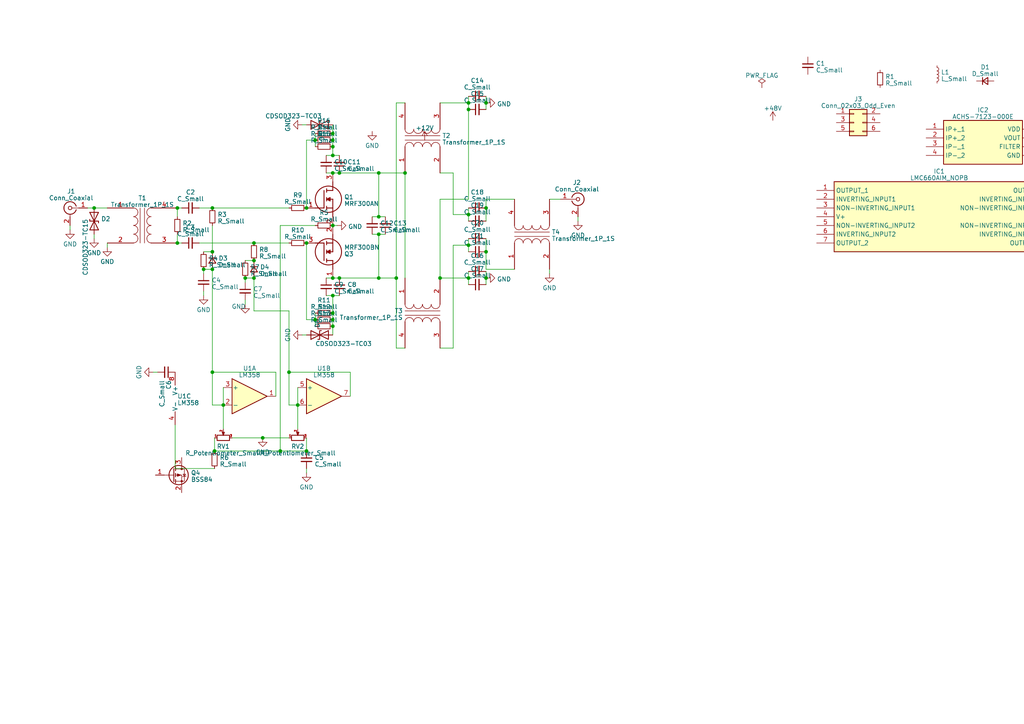
<source format=kicad_sch>
(kicad_sch (version 20230121) (generator eeschema)
  (paper "A4")
  (lib_symbols
    (symbol "ACHS-7123-000E:ACHS-7123-000E"
      (property "Reference" "IC" (at 29.21 7.62 0))
      (property "Value" "ACHS-7123-000E" (at 29.21 5.08 0))
      (symbol "ACHS-7123-000E_1_1"
        (rectangle (start 5.08 2.54) (end 27.94 -10.16) (stroke (width 0.254)) (fill (type background)))
        (pin passive line (at 0 0 0) (length 5.08) (name "IP+_1") (number "1"))
        (pin passive line (at 0 -2.54 0) (length 5.08) (name "IP+_2") (number "2"))
        (pin passive line (at 0 -5.08 0) (length 5.08) (name "IP-_1") (number "3"))
        (pin passive line (at 0 -7.62 0) (length 5.08) (name "IP-_2") (number "4"))
        (pin passive line (at 33.02 -7.62 180) (length 5.08) (name "GND") (number "5"))
        (pin passive line (at 33.02 -5.08 180) (length 5.08) (name "FILTER") (number "6"))
        (pin passive line (at 33.02 -2.54 180) (length 5.08) (name "VOUT") (number "7"))
        (pin passive line (at 33.02 0 180) (length 5.08) (name "VDD") (number "8"))
      )
    )
    (symbol "Amplifier_Operational:LM358" (pin_names (offset 0.127))
      (property "Reference" "U" (at 0 5.08 0))
      (property "Value" "LM358" (at 0 -5.08 0))
      (symbol "LM358_1_1"
        (polyline (pts (xy -5.08 5.08) (xy 5.08 0) (xy -5.08 -5.08) (xy -5.08 5.08)) (stroke (width 0.254)) (fill (type background)))
        (pin output line (at 7.62 0 180) (length 2.54) (name "~") (number "1"))
        (pin input line (at -7.62 -2.54 0) (length 2.54) (name "-") (number "2"))
        (pin input line (at -7.62 2.54 0) (length 2.54) (name "+") (number "3"))
      )
      (symbol "LM358_2_1"
        (polyline (pts (xy -5.08 5.08) (xy 5.08 0) (xy -5.08 -5.08) (xy -5.08 5.08)) (stroke (width 0.254)) (fill (type background)))
        (pin input line (at -7.62 2.54 0) (length 2.54) (name "+") (number "5"))
        (pin input line (at -7.62 -2.54 0) (length 2.54) (name "-") (number "6"))
        (pin output line (at 7.62 0 180) (length 2.54) (name "~") (number "7"))
      )
      (symbol "LM358_3_1"
        (pin power_in line (at -2.54 -7.62 90) (length 3.81) (name "V-") (number "4"))
        (pin power_in line (at -2.54 7.62 270) (length 3.81) (name "V+") (number "8"))
      )
    )
    (symbol "Connector:Conn_Coaxial" (pin_names (offset 1.016) hide)
      (property "Reference" "J" (at 0.254 3.048 0))
      (property "Value" "Conn_Coaxial" (at 2.921 0 90))
      (symbol "Conn_Coaxial_0_1"
        (arc (start -1.778 -0.508) (mid 0.2311 -1.8066) (end 1.778 0) (stroke (width 0.254)))
        (polyline (pts (xy -2.54 0) (xy -0.508 0)))
        (polyline (pts (xy 0 -2.54) (xy 0 -1.778)))
        (circle (center 0 0) (radius 0.508) (stroke (width 0.2032)))
        (arc (start 1.778 0) (mid 0.2099 1.8101) (end -1.778 0.508) (stroke (width 0.254)))
      )
      (symbol "Conn_Coaxial_1_1"
        (pin passive line (at -5.08 0 0) (length 2.54) (name "In") (number "1"))
        (pin passive line (at 0 -5.08 90) (length 2.54) (name "Ext") (number "2"))
      )
    )
    (symbol "Connector_Generic:Conn_02x03_Odd_Even" (pin_names (offset 1.016) hide)
      (property "Reference" "J" (at 1.27 5.08 0))
      (property "Value" "Conn_02x03_Odd_Even" (at 1.27 -5.08 0))
      (symbol "Conn_02x03_Odd_Even_1_1"
        (rectangle (start -1.27 -2.413) (end 0 -2.667) (stroke (width 0.1524)))
        (rectangle (start -1.27 0.127) (end 0 -0.127) (stroke (width 0.1524)))
        (rectangle (start -1.27 2.667) (end 0 2.413) (stroke (width 0.1524)))
        (rectangle (start -1.27 3.81) (end 3.81 -3.81) (stroke (width 0.254)) (fill (type background)))
        (rectangle (start 3.81 -2.413) (end 2.54 -2.667) (stroke (width 0.1524)))
        (rectangle (start 3.81 0.127) (end 2.54 -0.127) (stroke (width 0.1524)))
        (rectangle (start 3.81 2.667) (end 2.54 2.413) (stroke (width 0.1524)))
        (pin passive line (at -5.08 2.54 0) (length 3.81) (name "Pin_1") (number "1"))
        (pin passive line (at 7.62 2.54 180) (length 3.81) (name "Pin_2") (number "2"))
        (pin passive line (at -5.08 0 0) (length 3.81) (name "Pin_3") (number "3"))
        (pin passive line (at 7.62 0 180) (length 3.81) (name "Pin_4") (number "4"))
        (pin passive line (at -5.08 -2.54 0) (length 3.81) (name "Pin_5") (number "5"))
        (pin passive line (at 7.62 -2.54 180) (length 3.81) (name "Pin_6") (number "6"))
      )
    )
    (symbol "Device:C_Small" (pin_numbers hide) (pin_names (offset 0.254) hide)
      (property "Reference" "C" (at 0.254 1.778 0))
      (property "Value" "C_Small" (at 0.254 -2.032 0))
      (symbol "C_Small_0_1"
        (polyline (pts (xy -1.524 -0.508) (xy 1.524 -0.508)) (stroke (width 0.3302)))
        (polyline (pts (xy -1.524 0.508) (xy 1.524 0.508)) (stroke (width 0.3048)))
      )
      (symbol "C_Small_1_1"
        (pin passive line (at 0 2.54 270) (length 2.032) (name "~") (number "1"))
        (pin passive line (at 0 -2.54 90) (length 2.032) (name "~") (number "2"))
      )
    )
    (symbol "Device:D_Small" (pin_numbers hide) (pin_names (offset 0.254) hide)
      (property "Reference" "D" (at -1.27 2.032 0))
      (property "Value" "D_Small" (at -3.81 -2.032 0))
      (symbol "D_Small_0_1"
        (polyline (pts (xy -0.762 -1.016) (xy -0.762 1.016)) (stroke (width 0.254)))
        (polyline (pts (xy -0.762 0) (xy 0.762 0)))
        (polyline (pts (xy 0.762 -1.016) (xy -0.762 0) (xy 0.762 1.016) (xy 0.762 -1.016)) (stroke (width 0.254)))
      )
      (symbol "D_Small_1_1"
        (pin passive line (at -2.54 0 0) (length 1.778) (name "K") (number "1"))
        (pin passive line (at 2.54 0 180) (length 1.778) (name "A") (number "2"))
      )
    )
    (symbol "Device:L_Small" (pin_numbers hide) (pin_names (offset 0.254) hide)
      (property "Reference" "L" (at 0.762 1.016 0))
      (property "Value" "L_Small" (at 0.762 -1.016 0))
      (symbol "L_Small_0_1"
        (arc (start 0 -2.032) (mid 0.5058 -1.524) (end 0 -1.016))
        (arc (start 0 -1.016) (mid 0.5058 -0.508) (end 0 0))
        (arc (start 0 0) (mid 0.5058 0.508) (end 0 1.016))
        (arc (start 0 1.016) (mid 0.5058 1.524) (end 0 2.032))
      )
      (symbol "L_Small_1_1"
        (pin passive line (at 0 2.54 270) (length 0.508) (name "~") (number "1"))
        (pin passive line (at 0 -2.54 90) (length 0.508) (name "~") (number "2"))
      )
    )
    (symbol "Device:R_Potentiometer_Small" (pin_names (offset 1.016) hide)
      (property "Reference" "RV" (at -4.445 0 90))
      (property "Value" "R_Potentiometer_Small" (at -2.54 0 90))
      (symbol "R_Potentiometer_Small_0_1"
        (polyline (pts (xy 0.889 0) (xy 0.635 0) (xy 1.651 0.381) (xy 1.651 -0.381) (xy 0.635 0) (xy 0.889 0)) (fill (type outline)))
        (rectangle (start 0.762 1.8034) (end -0.762 -1.8034) (stroke (width 0.254)))
      )
      (symbol "R_Potentiometer_Small_1_1"
        (pin passive line (at 0 2.54 270) (length 0.635) (name "1") (number "1"))
        (pin passive line (at 2.54 0 180) (length 0.9906) (name "2") (number "2"))
        (pin passive line (at 0 -2.54 90) (length 0.635) (name "3") (number "3"))
      )
    )
    (symbol "Device:R_Small" (pin_numbers hide) (pin_names (offset 0.254) hide)
      (property "Reference" "R" (at 0.762 0.508 0))
      (property "Value" "R_Small" (at 0.762 -1.016 0))
      (symbol "R_Small_0_1"
        (rectangle (start -0.762 1.778) (end 0.762 -1.778) (stroke (width 0.2032)))
      )
      (symbol "R_Small_1_1"
        (pin passive line (at 0 2.54 270) (length 0.762) (name "~") (number "1"))
        (pin passive line (at 0 -2.54 90) (length 0.762) (name "~") (number "2"))
      )
    )
    (symbol "Device:Transformer_1P_1S" (pin_names (offset 1.016) hide)
      (property "Reference" "T" (at 0 6.35 0))
      (property "Value" "Transformer_1P_1S" (at 0 -7.62 0))
      (symbol "Transformer_1P_1S_0_1"
        (arc (start -2.54 -5.0546) (mid -1.6599 -4.6901) (end -1.27 -3.81))
        (arc (start -2.54 -2.5146) (mid -1.6599 -2.1501) (end -1.27 -1.27))
        (arc (start -2.54 0.0254) (mid -1.6599 0.3899) (end -1.27 1.27))
        (arc (start -2.54 2.5654) (mid -1.6599 2.9299) (end -1.27 3.81))
        (arc (start -1.27 -3.81) (mid -1.642 -2.912) (end -2.54 -2.54))
        (arc (start -1.27 -1.27) (mid -1.642 -0.372) (end -2.54 0))
        (arc (start -1.27 1.27) (mid -1.642 2.168) (end -2.54 2.54))
        (arc (start -1.27 3.81) (mid -1.642 4.708) (end -2.54 5.08))
        (polyline (pts (xy -0.635 5.08) (xy -0.635 -5.08)))
        (polyline (pts (xy 0.635 -5.08) (xy 0.635 5.08)))
        (arc (start 1.2954 -1.27) (mid 1.6599 -2.1501) (end 2.54 -2.5146))
        (arc (start 1.2954 1.27) (mid 1.6599 0.3899) (end 2.54 0.0254))
        (arc (start 1.2954 3.81) (mid 1.6599 2.9299) (end 2.54 2.5654))
        (arc (start 1.3208 -3.81) (mid 1.6853 -4.6901) (end 2.5654 -5.0546))
        (arc (start 2.54 0) (mid 1.642 -0.372) (end 1.2954 -1.27))
        (arc (start 2.54 2.54) (mid 1.642 2.168) (end 1.2954 1.27))
        (arc (start 2.54 5.08) (mid 1.642 4.708) (end 1.2954 3.81))
        (arc (start 2.5654 -2.54) (mid 1.6674 -2.912) (end 1.3208 -3.81))
      )
      (symbol "Transformer_1P_1S_1_1"
        (pin passive line (at -10.16 5.08 0) (length 7.62) (name "AA") (number "1"))
        (pin passive line (at -10.16 -5.08 0) (length 7.62) (name "AB") (number "2"))
        (pin passive line (at 10.16 -5.08 180) (length 7.62) (name "SA") (number "3"))
        (pin passive line (at 10.16 5.08 180) (length 7.62) (name "SB") (number "4"))
      )
    )
    (symbol "Diode:1N62xxCA" (pin_numbers hide) (pin_names (offset 1.016) hide)
      (property "Reference" "D" (at 0 2.54 0))
      (property "Value" "1N62xxCA" (at 0 -2.54 0))
      (symbol "1N62xxCA_0_1"
        (polyline (pts (xy 1.27 0) (xy -1.27 0)))
        (polyline (pts (xy -2.54 -1.27) (xy 0 0) (xy -2.54 1.27) (xy -2.54 -1.27)) (stroke (width 0.254)))
        (polyline (pts (xy 0.508 1.27) (xy 0 1.27) (xy 0 -1.27) (xy -0.508 -1.27)) (stroke (width 0.254)))
        (polyline (pts (xy 2.54 1.27) (xy 2.54 -1.27) (xy 0 0) (xy 2.54 1.27)) (stroke (width 0.254)))
      )
      (symbol "1N62xxCA_1_1"
        (pin passive line (at -3.81 0 0) (length 2.54) (name "A1") (number "1"))
        (pin passive line (at 3.81 0 180) (length 2.54) (name "A2") (number "2"))
      )
    )
    (symbol "LMC660AIM_NOPB:LMC660AIM_NOPB"
      (property "Reference" "IC" (at 67.31 7.62 0))
      (property "Value" "LMC660AIM_NOPB" (at 67.31 5.08 0))
      (symbol "LMC660AIM_NOPB_1_1"
        (rectangle (start 5.08 2.54) (end 66.04 -17.78) (stroke (width 0.254)) (fill (type background)))
        (pin passive line (at 0 0 0) (length 5.08) (name "OUTPUT_1") (number "1"))
        (pin passive line (at 71.12 -10.16 180) (length 5.08) (name "NON-INVERTING_INPUT_3") (number "10"))
        (pin passive line (at 71.12 -7.62 180) (length 5.08) (name "V-") (number "11"))
        (pin passive line (at 71.12 -5.08 180) (length 5.08) (name "NON-INVERTING_INPUT_4") (number "12"))
        (pin passive line (at 71.12 -2.54 180) (length 5.08) (name "INVERTING_INPUT_4") (number "13"))
        (pin passive line (at 71.12 0 180) (length 5.08) (name "OUTPUT4") (number "14"))
        (pin passive line (at 0 -2.54 0) (length 5.08) (name "INVERTING_INPUT1") (number "2"))
        (pin passive line (at 0 -5.08 0) (length 5.08) (name "NON-INVERTING_INPUT1") (number "3"))
        (pin passive line (at 0 -7.62 0) (length 5.08) (name "V+") (number "4"))
        (pin passive line (at 0 -10.16 0) (length 5.08) (name "NON-INVERTING_INPUT2") (number "5"))
        (pin passive line (at 0 -12.7 0) (length 5.08) (name "INVERTING_INPUT2") (number "6"))
        (pin passive line (at 0 -15.24 0) (length 5.08) (name "OUTPUT_2") (number "7"))
        (pin passive line (at 71.12 -15.24 180) (length 5.08) (name "OUTPUT_3") (number "8"))
        (pin passive line (at 71.12 -12.7 180) (length 5.08) (name "INVERTING_INPUT_3") (number "9"))
      )
    )
    (symbol "MRF300AN:MRF300AN" (pin_names hide)
      (property "Reference" "Q" (at 11.43 3.81 0))
      (property "Value" "MRF300AN" (at 11.43 1.27 0))
      (symbol "MRF300AN_1_1"
        (polyline (pts (xy 2.54 0) (xy 5.08 0)) (stroke (width 0.254)))
        (polyline (pts (xy 5.08 5.08) (xy 5.08 0)) (stroke (width 0.254)))
        (polyline (pts (xy 5.842 -0.508) (xy 5.842 0.508)) (stroke (width 0.254)))
        (polyline (pts (xy 5.842 0) (xy 7.62 0)) (stroke (width 0.254)))
        (polyline (pts (xy 5.842 2.032) (xy 5.842 3.048)) (stroke (width 0.254)))
        (polyline (pts (xy 5.842 5.588) (xy 5.842 4.572)) (stroke (width 0.254)))
        (polyline (pts (xy 7.62 2.54) (xy 5.842 2.54)) (stroke (width 0.254)))
        (polyline (pts (xy 7.62 2.54) (xy 7.62 -2.54)) (stroke (width 0.254)))
        (polyline (pts (xy 7.62 5.08) (xy 5.842 5.08)) (stroke (width 0.254)))
        (polyline (pts (xy 7.62 5.08) (xy 7.62 7.62)) (stroke (width 0.254)))
        (polyline (pts (xy 5.842 2.54) (xy 6.858 3.048) (xy 6.858 2.032) (xy 5.842 2.54)) (stroke (width 0.254)) (fill (type outline)))
        (circle (center 6.35 2.54) (radius 3.81) (stroke (width 0.254)))
        (pin passive line (at 0 0 0) (length 2.54) (name "G") (number "1"))
        (pin passive line (at 7.62 -5.08 90) (length 2.54) (name "S") (number "2"))
        (pin passive line (at 7.62 10.16 270) (length 2.54) (name "D") (number "3"))
      )
    )
    (symbol "MRF300BN:MRF300BN" (pin_names hide)
      (property "Reference" "Q" (at 11.43 3.81 0))
      (property "Value" "MRF300BN" (at 11.43 1.27 0))
      (symbol "MRF300BN_1_1"
        (polyline (pts (xy 2.54 0) (xy 5.08 0)) (stroke (width 0.254)))
        (polyline (pts (xy 5.08 5.08) (xy 5.08 0)) (stroke (width 0.254)))
        (polyline (pts (xy 5.842 -0.508) (xy 5.842 0.508)) (stroke (width 0.254)))
        (polyline (pts (xy 5.842 0) (xy 7.62 0)) (stroke (width 0.254)))
        (polyline (pts (xy 5.842 2.032) (xy 5.842 3.048)) (stroke (width 0.254)))
        (polyline (pts (xy 5.842 5.588) (xy 5.842 4.572)) (stroke (width 0.254)))
        (polyline (pts (xy 7.62 2.54) (xy 5.842 2.54)) (stroke (width 0.254)))
        (polyline (pts (xy 7.62 2.54) (xy 7.62 -2.54)) (stroke (width 0.254)))
        (polyline (pts (xy 7.62 5.08) (xy 5.842 5.08)) (stroke (width 0.254)))
        (polyline (pts (xy 7.62 5.08) (xy 7.62 7.62)) (stroke (width 0.254)))
        (polyline (pts (xy 5.842 2.54) (xy 6.858 3.048) (xy 6.858 2.032) (xy 5.842 2.54)) (stroke (width 0.254)) (fill (type outline)))
        (circle (center 6.35 2.54) (radius 3.81) (stroke (width 0.254)))
        (pin passive line (at 7.62 10.16 270) (length 2.54) (name "D") (number "1"))
        (pin passive line (at 7.62 -5.08 90) (length 2.54) (name "S") (number "2"))
        (pin passive line (at 0 0 0) (length 2.54) (name "G") (number "3"))
      )
    )
    (symbol "Regulator_Linear:LM78M05_TO252" (pin_names (offset 0.254))
      (property "Reference" "U" (at -3.81 3.175 0))
      (property "Value" "LM78M05_TO252" (at 0 3.175 0))
      (symbol "LM78M05_TO252_0_1"
        (rectangle (start -5.08 1.905) (end 5.08 -5.08) (stroke (width 0.254)) (fill (type background)))
      )
      (symbol "LM78M05_TO252_1_1"
        (pin power_in line (at -7.62 0 0) (length 2.54) (name "VI") (number "1"))
        (pin power_in line (at 0 -7.62 90) (length 2.54) (name "GND") (number "2"))
        (pin power_out line (at 7.62 0 180) (length 2.54) (name "VO") (number "3"))
      )
    )
    (symbol "Transistor_FET:BSS84" (pin_names hide)
      (property "Reference" "Q" (at 5.08 1.905 0))
      (property "Value" "BSS84" (at 5.08 0 0))
      (symbol "BSS84_0_1"
        (polyline (pts (xy 0.254 0) (xy -2.54 0)))
        (polyline (pts (xy 0.254 1.905) (xy 0.254 -1.905)) (stroke (width 0.254)))
        (polyline (pts (xy 0.762 -1.27) (xy 0.762 -2.286)) (stroke (width 0.254)))
        (polyline (pts (xy 0.762 0.508) (xy 0.762 -0.508)) (stroke (width 0.254)))
        (polyline (pts (xy 0.762 2.286) (xy 0.762 1.27)) (stroke (width 0.254)))
        (polyline (pts (xy 2.54 2.54) (xy 2.54 1.778)))
        (polyline (pts (xy 2.54 -2.54) (xy 2.54 0) (xy 0.762 0)))
        (polyline (pts (xy 0.762 1.778) (xy 3.302 1.778) (xy 3.302 -1.778) (xy 0.762 -1.778)))
        (polyline (pts (xy 2.286 0) (xy 1.27 0.381) (xy 1.27 -0.381) (xy 2.286 0)) (fill (type outline)))
        (polyline (pts (xy 2.794 -0.508) (xy 2.921 -0.381) (xy 3.683 -0.381) (xy 3.81 -0.254)))
        (polyline (pts (xy 3.302 -0.381) (xy 2.921 0.254) (xy 3.683 0.254) (xy 3.302 -0.381)))
        (circle (center 1.651 0) (radius 2.794) (stroke (width 0.254)))
        (circle (center 2.54 -1.778) (radius 0.254) (fill (type outline)))
        (circle (center 2.54 1.778) (radius 0.254) (fill (type outline)))
      )
      (symbol "BSS84_1_1"
        (pin input line (at -5.08 0 0) (length 2.54) (name "G") (number "1"))
        (pin passive line (at 2.54 -5.08 90) (length 2.54) (name "S") (number "2"))
        (pin passive line (at 2.54 5.08 270) (length 2.54) (name "D") (number "3"))
      )
    )
    (symbol "power:+12V" (power) (pin_names (offset 0))
      (property "Value" "+12V" (at 0 3.556 0))
      (symbol "+12V_0_1"
        (polyline (pts (xy -0.762 1.27) (xy 0 2.54)))
        (polyline (pts (xy 0 0) (xy 0 2.54)))
        (polyline (pts (xy 0 2.54) (xy 0.762 1.27)))
      )
      (symbol "+12V_1_1"
        (pin power_in line (at 0 0 90) (length 0) hide (name "+12V") (number "1"))
      )
    )
    (symbol "power:+48V" (power) (pin_names (offset 0))
      (property "Value" "+48V" (at 0 3.556 0))
      (symbol "+48V_0_1"
        (polyline (pts (xy -0.762 1.27) (xy 0 2.54)))
        (polyline (pts (xy 0 0) (xy 0 2.54)))
        (polyline (pts (xy 0 2.54) (xy 0.762 1.27)))
      )
      (symbol "+48V_1_1"
        (pin power_in line (at 0 0 90) (length 0) hide (name "+48V") (number "1"))
      )
    )
    (symbol "power:GND" (power) (pin_names (offset 0))
      (property "Value" "GND" (at 0 -3.81 0))
      (symbol "GND_0_1"
        (polyline (pts (xy 0 0) (xy 0 -1.27) (xy 1.27 -1.27) (xy 0 -2.54) (xy -1.27 -1.27) (xy 0 -1.27)))
      )
      (symbol "GND_1_1"
        (pin power_in line (at 0 0 270) (length 0) hide (name "GND") (number "1"))
      )
    )
    (symbol "power:PWR_FLAG" (power) (pin_numbers hide) (pin_names (offset 0) hide)
      (property "Value" "PWR_FLAG" (at 0 3.81 0))
      (symbol "PWR_FLAG_0_0"
        (pin power_out line (at 0 0 90) (length 0) (name "pwr") (number "1"))
      )
      (symbol "PWR_FLAG_0_1"
        (polyline (pts (xy 0 0) (xy 0 1.27) (xy -1.016 1.905) (xy 0 2.54) (xy 1.016 1.905) (xy 0 1.27)))
      )
    )
  )
  (junction (at 135.89 62.23))
  (junction (at 140.97 60.325))
  (junction (at 91.44 92.71))
  (junction (at 96.52 90.805))
  (junction (at 51.435 70.485))
  (junction (at 88.9 70.485))
  (junction (at 135.89 71.12))
  (junction (at 83.82 107.95))
  (junction (at 71.12 80.645))
  (junction (at 140.97 73.025))
  (junction (at 98.425 80.645))
  (junction (at 127.635 80.645))
  (junction (at 96.52 38.735))
  (junction (at 86.36 117.475))
  (junction (at 73.66 80.645))
  (junction (at 96.52 85.725))
  (junction (at 109.855 80.645))
  (junction (at 73.66 70.485))
  (junction (at 64.77 117.475))
  (junction (at 88.9 130.81))
  (junction (at 96.52 50.165))
  (junction (at 61.595 60.325))
  (junction (at 62.23 130.81))
  (junction (at 61.595 107.95))
  (junction (at 140.97 80.645))
  (junction (at 96.52 92.71))
  (junction (at 91.44 40.64))
  (junction (at 88.9 60.325))
  (junction (at 135.89 31.75))
  (junction (at 140.97 29.845))
  (junction (at 61.595 73.025))
  (junction (at 81.28 130.81))
  (junction (at 96.52 42.545))
  (junction (at 27.305 60.325))
  (junction (at 96.52 45.085))
  (junction (at 59.055 78.105))
  (junction (at 76.2 127))
  (junction (at 96.52 40.64))
  (junction (at 51.435 60.325))
  (junction (at 96.52 80.645))
  (junction (at 109.855 62.865))
  (junction (at 73.66 75.565))
  (junction (at 117.475 50.165))
  (junction (at 114.935 80.645))
  (junction (at 61.595 78.105))
  (junction (at 109.855 50.165))
  (junction (at 135.89 29.845))
  (junction (at 96.52 65.405))
  (junction (at 98.425 50.165))
  (junction (at 96.52 94.615))
  (junction (at 109.855 67.945))
  (junction (at 135.89 80.645))
  (wire (pts (xy 81.28 65.405) (xy 81.28 130.81)))
  (wire (pts (xy 98.425 50.165) (xy 109.855 50.165)))
  (wire (pts (xy 159.385 78.105) (xy 159.385 79.375)))
  (wire (pts (xy 127.635 100.965) (xy 131.445 100.965)))
  (wire (pts (xy 86.36 112.395) (xy 86.36 117.475)))
  (wire (pts (xy 61.595 107.95) (xy 61.595 117.475)))
  (wire (pts (xy 127.635 29.845) (xy 135.89 29.845)))
  (wire (pts (xy 135.89 27.94) (xy 135.89 29.845)))
  (wire (pts (xy 140.97 29.845) (xy 140.97 31.75)))
  (wire (pts (xy 51.435 60.325) (xy 51.435 62.865)))
  (wire (pts (xy 61.595 117.475) (xy 64.77 117.475)))
  (wire (pts (xy 71.12 75.565) (xy 73.66 75.565)))
  (wire (pts (xy 91.44 92.71) (xy 91.44 94.615)))
  (wire (pts (xy 140.97 60.325) (xy 140.97 64.135)))
  (wire (pts (xy 61.595 107.95) (xy 80.01 107.95)))
  (wire (pts (xy 96.52 42.545) (xy 96.52 45.085)))
  (wire (pts (xy 167.64 62.865) (xy 167.64 64.135)))
  (wire (pts (xy 107.95 67.945) (xy 109.855 67.945)))
  (wire (pts (xy 96.52 40.64) (xy 96.52 42.545)))
  (wire (pts (xy 64.77 117.475) (xy 64.77 124.46)))
  (wire (pts (xy 59.055 78.105) (xy 59.055 79.375)))
  (wire (pts (xy 101.6 114.935) (xy 101.6 107.95)))
  (wire (pts (xy 71.12 80.645) (xy 71.12 81.915)))
  (wire (pts (xy 140.97 57.785) (xy 149.225 57.785)))
  (wire (pts (xy 135.89 78.74) (xy 135.89 80.645)))
  (wire (pts (xy 57.785 70.485) (xy 73.66 70.485)))
  (wire (pts (xy 91.44 90.805) (xy 91.44 92.71)))
  (wire (pts (xy 94.615 80.645) (xy 96.52 80.645)))
  (wire (pts (xy 86.36 117.475) (xy 86.36 124.46)))
  (wire (pts (xy 96.52 80.645) (xy 98.425 80.645)))
  (wire (pts (xy 62.23 130.81) (xy 62.23 127)))
  (wire (pts (xy 61.595 77.47) (xy 61.595 78.105)))
  (wire (pts (xy 135.89 71.12) (xy 135.89 73.025)))
  (wire (pts (xy 140.97 80.645) (xy 140.97 82.55)))
  (wire (pts (xy 131.445 100.965) (xy 131.445 71.12)))
  (wire (pts (xy 135.89 69.215) (xy 135.89 71.12)))
  (wire (pts (xy 81.28 130.81) (xy 62.23 130.81)))
  (wire (pts (xy 88.9 40.64) (xy 88.9 60.325)))
  (wire (pts (xy 98.425 80.645) (xy 109.855 80.645)))
  (wire (pts (xy 135.89 31.75) (xy 135.89 57.785)))
  (wire (pts (xy 27.305 67.945) (xy 27.305 69.215)))
  (wire (pts (xy 96.52 45.085) (xy 98.425 45.085)))
  (wire (pts (xy 131.445 71.12) (xy 135.89 71.12)))
  (wire (pts (xy 117.475 80.645) (xy 117.475 50.165)))
  (wire (pts (xy 109.855 80.645) (xy 114.935 80.645)))
  (wire (pts (xy 135.89 29.845) (xy 135.89 31.75)))
  (wire (pts (xy 140.97 69.215) (xy 140.97 73.025)))
  (wire (pts (xy 127.635 80.645) (xy 135.89 80.645)))
  (wire (pts (xy 88.9 130.81) (xy 81.28 130.81)))
  (wire (pts (xy 83.82 90.17) (xy 83.82 107.95)))
  (wire (pts (xy 96.52 85.725) (xy 98.425 85.725)))
  (wire (pts (xy 59.055 84.455) (xy 59.055 85.725)))
  (wire (pts (xy 27.305 60.325) (xy 31.115 60.325)))
  (wire (pts (xy 109.855 50.165) (xy 117.475 50.165)))
  (wire (pts (xy 109.855 62.865) (xy 111.76 62.865)))
  (wire (pts (xy 73.66 80.645) (xy 73.66 90.17)))
  (wire (pts (xy 96.52 90.805) (xy 96.52 92.71)))
  (wire (pts (xy 61.595 60.325) (xy 83.82 60.325)))
  (wire (pts (xy 135.89 62.23) (xy 135.89 64.135)))
  (wire (pts (xy 159.385 57.785) (xy 162.56 57.785)))
  (wire (pts (xy 25.4 60.325) (xy 27.305 60.325)))
  (wire (pts (xy 51.435 67.945) (xy 51.435 70.485)))
  (wire (pts (xy 51.435 60.325) (xy 52.705 60.325)))
  (wire (pts (xy 88.9 135.89) (xy 88.9 137.16)))
  (wire (pts (xy 96.52 50.165) (xy 98.425 50.165)))
  (wire (pts (xy 59.055 73.025) (xy 61.595 73.025)))
  (wire (pts (xy 57.785 60.325) (xy 61.595 60.325)))
  (wire (pts (xy 114.935 29.845) (xy 114.935 80.645)))
  (wire (pts (xy 59.055 78.105) (xy 61.595 78.105)))
  (wire (pts (xy 135.89 80.645) (xy 135.89 82.55)))
  (wire (pts (xy 117.475 29.845) (xy 114.935 29.845)))
  (wire (pts (xy 83.82 117.475) (xy 86.36 117.475)))
  (wire (pts (xy 96.52 36.195) (xy 96.52 38.735)))
  (wire (pts (xy 140.97 73.025) (xy 140.97 78.105)))
  (wire (pts (xy 96.52 85.725) (xy 96.52 90.805)))
  (wire (pts (xy 31.115 70.485) (xy 31.115 71.755)))
  (wire (pts (xy 80.01 114.935) (xy 80.01 107.95)))
  (wire (pts (xy 96.52 92.71) (xy 96.52 94.615)))
  (wire (pts (xy 127.635 57.785) (xy 135.89 57.785)))
  (wire (pts (xy 88.9 40.64) (xy 91.44 40.64)))
  (wire (pts (xy 91.44 40.64) (xy 91.44 42.545)))
  (wire (pts (xy 88.9 127) (xy 88.9 130.81)))
  (wire (pts (xy 114.935 100.965) (xy 117.475 100.965)))
  (wire (pts (xy 88.9 36.195) (xy 87.63 36.195)))
  (wire (pts (xy 94.615 50.165) (xy 96.52 50.165)))
  (wire (pts (xy 91.44 38.735) (xy 91.44 40.64)))
  (wire (pts (xy 127.635 50.165) (xy 131.445 50.165)))
  (wire (pts (xy 50.8 135.89) (xy 62.23 135.89)))
  (wire (pts (xy 73.66 70.485) (xy 83.82 70.485)))
  (wire (pts (xy 50.8 123.19) (xy 50.8 135.89)))
  (wire (pts (xy 88.9 97.155) (xy 87.63 97.155)))
  (wire (pts (xy 94.615 45.085) (xy 96.52 45.085)))
  (wire (pts (xy 149.225 78.105) (xy 140.97 78.105)))
  (wire (pts (xy 96.52 94.615) (xy 96.52 97.155)))
  (wire (pts (xy 91.44 92.71) (xy 88.9 92.71)))
  (wire (pts (xy 114.935 80.645) (xy 114.935 100.965)))
  (wire (pts (xy 96.52 65.405) (xy 97.79 65.405)))
  (wire (pts (xy 94.615 85.725) (xy 96.52 85.725)))
  (wire (pts (xy 76.2 127) (xy 83.82 127)))
  (wire (pts (xy 109.855 67.945) (xy 111.76 67.945)))
  (wire (pts (xy 107.95 62.865) (xy 109.855 62.865)))
  (wire (pts (xy 109.855 67.945) (xy 109.855 80.645)))
  (wire (pts (xy 101.6 107.95) (xy 83.82 107.95)))
  (wire (pts (xy 45.72 107.95) (xy 44.45 107.95)))
  (wire (pts (xy 71.12 80.645) (xy 73.66 80.645)))
  (wire (pts (xy 109.855 50.165) (xy 109.855 62.865)))
  (wire (pts (xy 131.445 62.23) (xy 135.89 62.23)))
  (wire (pts (xy 140.97 60.325) (xy 140.97 57.785)))
  (wire (pts (xy 73.66 90.17) (xy 83.82 90.17)))
  (wire (pts (xy 131.445 50.165) (xy 131.445 62.23)))
  (wire (pts (xy 88.9 70.485) (xy 88.9 92.71)))
  (wire (pts (xy 135.89 60.325) (xy 135.89 62.23)))
  (wire (pts (xy 51.435 70.485) (xy 52.705 70.485)))
  (wire (pts (xy 67.31 127) (xy 76.2 127)))
  (wire (pts (xy 127.635 80.645) (xy 127.635 57.785)))
  (wire (pts (xy 91.44 65.405) (xy 81.28 65.405)))
  (wire (pts (xy 140.97 27.94) (xy 140.97 29.845)))
  (wire (pts (xy 96.52 38.735) (xy 96.52 40.64)))
  (wire (pts (xy 61.595 78.105) (xy 61.595 107.95)))
  (wire (pts (xy 61.595 65.405) (xy 61.595 73.025)))
  (wire (pts (xy 64.77 112.395) (xy 64.77 117.475)))
  (wire (pts (xy 71.12 86.995) (xy 71.12 88.265)))
  (wire (pts (xy 20.32 65.405) (xy 20.32 66.675)))
  (wire (pts (xy 140.97 78.74) (xy 140.97 80.645)))
  (wire (pts (xy 83.82 107.95) (xy 83.82 117.475)))
  (symbol (lib_id "Device:D_Small") (at 73.66 78.105 270) (unit 1)
    (property "Reference" "D4" (at 75.438 77.4613 90) (effects (justify left)))
    (property "Value" "D_Small" (at 75.438 79.3823 90) (effects (justify left)))
    (property "Sim.Device" "D" (effects hide))
    (property "Sim.Pins" "1=K 2=A" (effects hide))
  )
  (symbol (lib_id "Device:R_Small") (at 93.98 90.805 90) (unit 1)
    (property "Reference" "R11" (at 93.98 87.0585 90))
    (property "Value" "R_Small" (at 93.98 88.9795 90))
  )
  (symbol (lib_id "MRF300AN:MRF300AN") (at 88.9 60.325 0) (unit 1)
    (property "Reference" "Q1" (at 99.822 57.1413 0) (effects (justify left)))
    (property "Value" "MRF300AN" (at 99.822 59.0623 0) (effects (justify left)))
    (property "Footprint" "TO544P521X1592X2551-3P" (effects hide))
    (property "Datasheet" "http://www.nxp.com/docs/en/data-sheet/MRF300AN.pdf" (effects hide))
    (property "Height" "5.21" (effects hide))
    (property "Mouser Part Number" "771-MRF300AN" (effects hide))
    (property "Mouser Price/Stock" "https://www.mouser.co.uk/ProductDetail/NXP-Semiconductors/MRF300AN?qs=y6ZabgHbY%252ByXQNig6kaSKw%3D%3D" (effects hide))
    (property "Manufacturer_Name" "NXP" (effects hide))
    (property "Manufacturer_Part_Number" "MRF300AN" (effects hide))
  )
  (symbol (lib_id "Device:R_Small") (at 93.98 94.615 90) (unit 1)
    (property "Reference" "R13" (at 93.98 90.8685 90))
    (property "Value" "R_Small" (at 93.98 92.7895 90))
  )
  (symbol (lib_id "LMC660AIM_NOPB:LMC660AIM_NOPB") (at 236.855 55.245 0) (unit 1)
    (property "Reference" "IC1" (at 272.415 49.6951 0))
    (property "Value" "LMC660AIM_NOPB" (at 272.415 51.6161 0))
    (property "Footprint" "SOIC127P600X175-14N" (effects hide))
    (property "Datasheet" "http://www.ti.com/lit/ds/symlink/lmc660.pdf" (effects hide))
    (property "Height" "1.75" (effects hide))
    (property "Mouser Part Number" "926-LMC660AIM/NOPB" (effects hide))
    (property "Mouser Price/Stock" "https://www.mouser.co.uk/ProductDetail/Texas-Instruments/LMC660AIM-NOPB?qs=QbsRYf82W3EBI2NP%252BKz33Q%3D%3D" (effects hide))
    (property "Manufacturer_Name" "Texas Instruments" (effects hide))
    (property "Manufacturer_Part_Number" "LMC660AIM/NOPB" (effects hide))
  )
  (symbol (lib_id "Amplifier_Operational:LM358") (at 93.98 114.935 0) (unit 2)
    (property "Reference" "U1" (at 93.98 106.8451 0))
    (property "Value" "LM358" (at 93.98 108.7661 0))
    (property "Datasheet" "http://www.ti.com/lit/ds/symlink/lm2904-n.pdf" (effects hide))
  )
  (symbol (lib_id "Device:R_Small") (at 73.66 73.025 0) (unit 1)
    (property "Reference" "R8" (at 75.1586 72.3813 0) (effects (justify left)))
    (property "Value" "R_Small" (at 75.1586 74.3023 0) (effects (justify left)))
  )
  (symbol (lib_id "power:GND") (at 76.2 127 0) (unit 1)
    (property "Reference" "#PWR010" (effects hide))
    (property "Value" "GND" (at 76.2 131.1355 0))
  )
  (symbol (lib_id "Device:C_Small") (at 234.315 19.05 0) (unit 1)
    (property "Reference" "C1" (at 236.6391 18.4126 0) (effects (justify left)))
    (property "Value" "C_Small" (at 236.6391 20.3336 0) (effects (justify left)))
  )
  (symbol (lib_id "Device:C_Small") (at 138.43 78.74 90) (unit 1)
    (property "Reference" "C16" (at 138.4363 74.168 90))
    (property "Value" "C_Small" (at 138.4363 76.089 90))
  )
  (symbol (lib_id "power:GND") (at 167.64 64.135 0) (mirror y) (unit 1)
    (property "Reference" "#PWR02" (effects hide))
    (property "Value" "GND" (at 167.64 68.2705 0))
  )
  (symbol (lib_id "Device:C_Small") (at 138.43 64.135 90) (unit 1)
    (property "Reference" "C19" (at 138.4363 59.563 90))
    (property "Value" "C_Small" (at 138.4363 61.484 90))
  )
  (symbol (lib_id "Device:C_Small") (at 71.12 84.455 0) (unit 1)
    (property "Reference" "C7" (at 73.4441 83.8176 0) (effects (justify left)))
    (property "Value" "C_Small" (at 73.4441 85.7386 0) (effects (justify left)))
  )
  (symbol (lib_id "power:+12V") (at 123.19 40.64 0) (unit 1)
    (property "Reference" "#PWR04" (effects hide))
    (property "Value" "+12V" (at 123.19 37.1381 0))
  )
  (symbol (lib_id "power:PWR_FLAG") (at 220.98 25.4 0) (unit 1)
    (property "Reference" "#FLG01" (effects hide))
    (property "Value" "PWR_FLAG" (at 220.98 21.8981 0))
  )
  (symbol (lib_id "Device:R_Small") (at 93.98 65.405 90) (unit 1)
    (property "Reference" "R5" (at 93.98 61.6585 90))
    (property "Value" "R_Small" (at 93.98 63.5795 90))
  )
  (symbol (lib_id "Device:C_Small") (at 138.43 82.55 90) (unit 1)
    (property "Reference" "C17" (at 138.4363 77.978 90))
    (property "Value" "C_Small" (at 138.4363 79.899 90))
  )
  (symbol (lib_id "Device:R_Small") (at 93.98 40.64 90) (unit 1)
    (property "Reference" "R14" (at 93.98 36.8935 90))
    (property "Value" "R_Small" (at 93.98 38.8145 90))
  )
  (symbol (lib_id "Device:C_Small") (at 138.43 69.215 90) (unit 1)
    (property "Reference" "C20" (at 138.4363 64.643 90))
    (property "Value" "C_Small" (at 138.4363 66.564 90))
  )
  (symbol (lib_id "Device:R_Small") (at 93.98 92.71 90) (unit 1)
    (property "Reference" "R12" (at 93.98 88.9635 90))
    (property "Value" "R_Small" (at 93.98 90.8845 90))
  )
  (symbol (lib_id "Device:D_Small") (at 285.75 23.495 0) (unit 1)
    (property "Reference" "D1" (at 285.75 19.4691 0))
    (property "Value" "D_Small" (at 285.75 21.3901 0))
    (property "Sim.Device" "D" (effects hide))
    (property "Sim.Pins" "1=K 2=A" (effects hide))
  )
  (symbol (lib_id "power:GND") (at 71.12 88.265 0) (unit 1)
    (property "Reference" "#PWR013" (effects hide))
    (property "Value" "GND" (at 69.215 88.9 0))
  )
  (symbol (lib_id "Device:C_Small") (at 107.95 65.405 180) (unit 1)
    (property "Reference" "C12" (at 110.2741 64.7549 0) (effects (justify right)))
    (property "Value" "C_Small" (at 110.2741 66.6759 0) (effects (justify right)))
  )
  (symbol (lib_id "Device:C_Small") (at 111.76 65.405 180) (unit 1)
    (property "Reference" "C13" (at 114.0841 64.7549 0) (effects (justify right)))
    (property "Value" "C_Small" (at 114.0841 66.6759 0) (effects (justify right)))
  )
  (symbol (lib_id "Device:Transformer_1P_1S") (at 122.555 40.005 90) (unit 1)
    (property "Reference" "T2" (at 128.2699 39.3486 90) (effects (justify right)))
    (property "Value" "Transformer_1P_1S" (at 128.2699 41.2696 90) (effects (justify right)))
  )
  (symbol (lib_id "power:GND") (at 31.115 71.755 0) (unit 1)
    (property "Reference" "#PWR07" (effects hide))
    (property "Value" "GND" (at 31.115 75.8905 0))
  )
  (symbol (lib_id "Device:C_Small") (at 48.26 107.95 270) (unit 1)
    (property "Reference" "C6" (at 48.8974 110.2741 0) (effects (justify left)))
    (property "Value" "C_Small" (at 46.9764 110.2741 0) (effects (justify left)))
  )
  (symbol (lib_id "power:GND") (at 97.79 65.405 90) (unit 1)
    (property "Reference" "#PWR06" (effects hide))
    (property "Value" "GND" (at 100.965 65.7218 90) (effects (justify right)))
  )
  (symbol (lib_id "Device:C_Small") (at 138.43 60.325 90) (unit 1)
    (property "Reference" "C18" (at 138.4363 55.753 90))
    (property "Value" "C_Small" (at 138.4363 57.674 90))
  )
  (symbol (lib_id "Device:C_Small") (at 138.43 31.75 90) (unit 1)
    (property "Reference" "C15" (at 138.4363 27.178 90))
    (property "Value" "C_Small" (at 138.4363 29.099 90))
  )
  (symbol (lib_id "Transistor_FET:BSS84") (at 50.165 137.795 0) (unit 1)
    (property "Reference" "Q4" (at 55.372 137.1513 0) (effects (justify left)))
    (property "Value" "BSS84" (at 55.372 139.0723 0) (effects (justify left)))
    (property "Footprint" "Package_TO_SOT_SMD:SOT-23" (effects hide))
    (property "Datasheet" "http://assets.nexperia.com/documents/data-sheet/BSS84.pdf" (effects hide))
  )
  (symbol (lib_id "Diode:1N62xxCA") (at 27.305 64.135 90) (unit 1)
    (property "Reference" "D2" (at 29.337 63.4913 90) (effects (justify right)))
    (property "Value" "CDSOD323-TC15" (at 24.765 63.5 0) (effects (justify right)))
    (property "Footprint" "Diode_THT:D_DO-201AE_P15.24mm_Horizontal" (effects hide))
    (property "Datasheet" "https://www.vishay.com/docs/88301/15ke.pdf" (effects hide))
  )
  (symbol (lib_id "power:GND") (at 87.63 36.195 270) (unit 1)
    (property "Reference" "#PWR014" (effects hide))
    (property "Value" "GND" (at 83.4945 36.195 0))
  )
  (symbol (lib_id "Device:R_Small") (at 86.36 60.325 90) (unit 1)
    (property "Reference" "R9" (at 86.36 56.5785 90))
    (property "Value" "R_Small" (at 86.36 58.4995 90))
  )
  (symbol (lib_id "Connector_Generic:Conn_02x03_Odd_Even") (at 247.65 35.56 0) (unit 1)
    (property "Reference" "J3" (at 248.92 28.7401 0))
    (property "Value" "Conn_02x03_Odd_Even" (at 248.92 30.6611 0))
  )
  (symbol (lib_id "Device:R_Potentiometer_Small") (at 86.36 127 90) (unit 1)
    (property "Reference" "RV2" (at 86.36 129.4845 90))
    (property "Value" "R_Potentiometer_Small" (at 86.36 131.4055 90))
  )
  (symbol (lib_id "Device:R_Potentiometer_Small") (at 64.77 127 90) (unit 1)
    (property "Reference" "RV1" (at 64.77 129.4845 90))
    (property "Value" "R_Potentiometer_Small" (at 64.77 131.4055 90))
  )
  (symbol (lib_id "Device:C_Small") (at 94.615 83.185 0) (unit 1)
    (property "Reference" "C9" (at 96.9391 82.5476 0) (effects (justify left)))
    (property "Value" "C_Small" (at 96.9391 84.4686 0) (effects (justify left)))
  )
  (symbol (lib_id "Amplifier_Operational:LM358") (at 53.34 115.57 0) (unit 3)
    (property "Reference" "U1" (at 51.435 114.9263 0) (effects (justify left)))
    (property "Value" "LM358" (at 51.435 116.8473 0) (effects (justify left)))
    (property "Datasheet" "http://www.ti.com/lit/ds/symlink/lm2904-n.pdf" (effects hide))
  )
  (symbol (lib_id "Device:R_Small") (at 93.98 42.545 90) (unit 1)
    (property "Reference" "R15" (at 93.98 38.7985 90))
    (property "Value" "R_Small" (at 93.98 40.7195 90))
  )
  (symbol (lib_id "Device:R_Small") (at 59.055 75.565 0) (unit 1)
    (property "Reference" "R4" (at 60.5536 74.9213 0) (effects (justify left)))
    (property "Value" "R_Small" (at 60.5536 76.8423 0) (effects (justify left)))
  )
  (symbol (lib_id "Device:Transformer_1P_1S") (at 154.305 67.945 90) (unit 1)
    (property "Reference" "T4" (at 160.0199 67.2886 90) (effects (justify right)))
    (property "Value" "Transformer_1P_1S" (at 160.0199 69.2096 90) (effects (justify right)))
  )
  (symbol (lib_id "Diode:1N62xxCA") (at 92.71 36.195 0) (unit 1)
    (property "Reference" "D5" (at 93.3537 38.227 90) (effects (justify right)))
    (property "Value" "CDSOD323-TC03" (at 93.345 33.655 0) (effects (justify right)))
    (property "Footprint" "Diode_THT:D_DO-201AE_P15.24mm_Horizontal" (effects hide))
    (property "Datasheet" "https://www.vishay.com/docs/88301/15ke.pdf" (effects hide))
  )
  (symbol (lib_id "power:GND") (at 107.95 38.1 0) (unit 1)
    (property "Reference" "#PWR03" (effects hide))
    (property "Value" "GND" (at 107.95 42.2355 0))
  )
  (symbol (lib_id "Device:L_Small") (at 271.78 21.59 0) (unit 1)
    (property "Reference" "L1" (at 272.9208 20.9463 0) (effects (justify left)))
    (property "Value" "L_Small" (at 272.9208 22.8673 0) (effects (justify left)))
  )
  (symbol (lib_id "power:GND") (at 140.97 29.845 90) (unit 1)
    (property "Reference" "#PWR016" (effects hide))
    (property "Value" "GND" (at 144.145 30.1618 90) (effects (justify right)))
  )
  (symbol (lib_id "Device:D_Small") (at 61.595 75.565 270) (unit 1)
    (property "Reference" "D3" (at 63.373 74.9213 90) (effects (justify left)))
    (property "Value" "D_Small" (at 63.373 76.8423 90) (effects (justify left)))
    (property "Sim.Device" "D" (effects hide))
    (property "Sim.Pins" "1=K 2=A" (effects hide))
  )
  (symbol (lib_id "Device:C_Small") (at 55.245 60.325 90) (unit 1)
    (property "Reference" "C2" (at 55.2513 55.753 90))
    (property "Value" "C_Small" (at 55.2513 57.674 90))
  )
  (symbol (lib_id "Device:R_Small") (at 71.12 78.105 0) (unit 1)
    (property "Reference" "R7" (at 72.6186 77.4613 0) (effects (justify left)))
    (property "Value" "R_Small" (at 72.6186 79.3823 0) (effects (justify left)))
  )
  (symbol (lib_id "Regulator_Linear:LM78M05_TO252") (at 312.42 80.645 0) (unit 1)
    (property "Reference" "U2" (at 312.42 75.7301 0))
    (property "Value" "LM78M05_TO252" (at 312.42 77.6511 0))
    (property "Footprint" "Package_TO_SOT_SMD:TO-252-2" (effects hide))
    (property "Datasheet" "https://www.onsemi.com/pub/Collateral/MC78M00-D.PDF" (effects hide))
  )
  (symbol (lib_id "Device:C_Small") (at 94.615 47.625 180) (unit 1)
    (property "Reference" "C10" (at 96.9391 46.9749 0) (effects (justify right)))
    (property "Value" "C_Small" (at 96.9391 48.8959 0) (effects (justify right)))
  )
  (symbol (lib_id "power:GND") (at 88.9 137.16 0) (unit 1)
    (property "Reference" "#PWR011" (effects hide))
    (property "Value" "GND" (at 88.9 141.2955 0))
  )
  (symbol (lib_id "Device:Transformer_1P_1S") (at 122.555 90.805 90) (mirror x) (unit 1)
    (property "Reference" "T3" (at 116.84 90.174 90) (effects (justify left)))
    (property "Value" "Transformer_1P_1S" (at 116.84 92.095 90) (effects (justify left)))
  )
  (symbol (lib_id "power:GND") (at 44.45 107.95 270) (unit 1)
    (property "Reference" "#PWR012" (effects hide))
    (property "Value" "GND" (at 40.3145 107.95 0))
  )
  (symbol (lib_id "MRF300BN:MRF300BN") (at 88.9 70.485 0) (mirror x) (unit 1)
    (property "Reference" "Q3" (at 99.822 73.6687 0) (effects (justify left)))
    (property "Value" "MRF300BN" (at 99.822 71.7477 0) (effects (justify left)))
    (property "Footprint" "TO544P521X1592X2551-3P" (effects hide))
    (property "Datasheet" "http://www.nxp.com/docs/en/data-sheet/MRF300AN.pdf" (effects hide))
    (property "Height" "5.21" (effects hide))
    (property "Mouser Part Number" "771-MRF300BN" (effects hide))
    (property "Mouser Price/Stock" "https://www.mouser.co.uk/ProductDetail/NXP-Semiconductors/MRF300BN?qs=y6ZabgHbY%252ByJQQ6Tx%252BvuFw%3D%3D" (effects hide))
    (property "Manufacturer_Name" "NXP" (effects hide))
    (property "Manufacturer_Part_Number" "MRF300BN" (effects hide))
  )
  (symbol (lib_id "Device:R_Small") (at 51.435 65.405 0) (unit 1)
    (property "Reference" "R2" (at 52.9336 64.7613 0) (effects (justify left)))
    (property "Value" "R_Small" (at 52.9336 66.6823 0) (effects (justify left)))
  )
  (symbol (lib_id "Device:C_Small") (at 59.055 81.915 0) (unit 1)
    (property "Reference" "C4" (at 61.3791 81.2776 0) (effects (justify left)))
    (property "Value" "C_Small" (at 61.3791 83.1986 0) (effects (justify left)))
  )
  (symbol (lib_id "Device:R_Small") (at 86.36 70.485 90) (unit 1)
    (property "Reference" "R10" (at 86.36 66.7385 90))
    (property "Value" "R_Small" (at 86.36 68.6595 90))
  )
  (symbol (lib_id "Amplifier_Operational:LM358") (at 72.39 114.935 0) (unit 1)
    (property "Reference" "U1" (at 72.39 106.8451 0))
    (property "Value" "LM358" (at 72.39 108.7661 0))
    (property "Datasheet" "http://www.ti.com/lit/ds/symlink/lm2904-n.pdf" (effects hide))
  )
  (symbol (lib_id "Diode:1N62xxCA") (at 92.71 97.155 180) (unit 1)
    (property "Reference" "D6" (at 92.0663 95.123 90) (effects (justify right)))
    (property "Value" "CDSOD323-TC03" (at 91.44 99.695 0) (effects (justify right)))
    (property "Footprint" "Diode_THT:D_DO-201AE_P15.24mm_Horizontal" (effects hide))
    (property "Datasheet" "https://www.vishay.com/docs/88301/15ke.pdf" (effects hide))
  )
  (symbol (lib_id "power:GND") (at 140.97 80.645 90) (unit 1)
    (property "Reference" "#PWR017" (effects hide))
    (property "Value" "GND" (at 144.145 80.9618 90) (effects (justify right)))
  )
  (symbol (lib_id "Device:Transformer_1P_1S") (at 41.275 65.405 0) (unit 1)
    (property "Reference" "T1" (at 41.2877 57.4419 0))
    (property "Value" "Transformer_1P_1S" (at 41.2877 59.3629 0))
  )
  (symbol (lib_id "Device:R_Small") (at 255.27 22.86 0) (unit 1)
    (property "Reference" "R1" (at 256.7686 22.2163 0) (effects (justify left)))
    (property "Value" "R_Small" (at 256.7686 24.1373 0) (effects (justify left)))
  )
  (symbol (lib_id "power:GND") (at 59.055 85.725 0) (unit 1)
    (property "Reference" "#PWR09" (effects hide))
    (property "Value" "GND" (at 59.055 89.8605 0))
  )
  (symbol (lib_id "power:GND") (at 20.32 66.675 0) (unit 1)
    (property "Reference" "#PWR01" (effects hide))
    (property "Value" "GND" (at 20.32 70.8105 0))
  )
  (symbol (lib_id "ACHS-7123-000E:ACHS-7123-000E") (at 268.605 37.465 0) (unit 1)
    (property "Reference" "IC2" (at 285.115 31.9151 0))
    (property "Value" "ACHS-7123-000E" (at 285.115 33.8361 0))
    (property "Footprint" "SOIC127P606X204-8N" (effects hide))
    (property "Datasheet" "https://datasheet.datasheetarchive.com/originals/distributors/Datasheets_SAMA/85fe2f5daf3917ca61a2261dca329268.pdf" (effects hide))
    (property "Height" "2.035" (effects hide))
    (property "Mouser Part Number" "630-ACHS-7123-000E" (effects hide))
    (property "Mouser Price/Stock" "https://www.mouser.co.uk/ProductDetail/Broadcom-Avago/ACHS-7123-000E?qs=w%2Fv1CP2dgqqiNyZEYkpD6A%3D%3D" (effects hide))
    (property "Manufacturer_Name" "Avago Technologies" (effects hide))
    (property "Manufacturer_Part_Number" "ACHS-7123-000E" (effects hide))
  )
  (symbol (lib_id "Device:C_Small") (at 138.43 27.94 90) (unit 1)
    (property "Reference" "C14" (at 138.4363 23.368 90))
    (property "Value" "C_Small" (at 138.4363 25.289 90))
  )
  (symbol (lib_id "power:+48V") (at 224.155 34.925 0) (unit 1)
    (property "Reference" "#PWR05" (effects hide))
    (property "Value" "+48V" (at 224.155 31.4231 0))
  )
  (symbol (lib_id "Connector:Conn_Coaxial") (at 20.32 60.325 0) (mirror y) (unit 1)
    (property "Reference" "J1" (at 20.6374 55.4885 0))
    (property "Value" "Conn_Coaxial" (at 20.6374 57.4095 0))
    (property "Datasheet" " ~" (effects hide))
  )
  (symbol (lib_id "Device:C_Small") (at 98.425 83.185 0) (unit 1)
    (property "Reference" "C8" (at 100.7491 82.5476 0) (effects (justify left)))
    (property "Value" "C_Small" (at 100.7491 84.4686 0) (effects (justify left)))
  )
  (symbol (lib_id "Device:C_Small") (at 138.43 73.025 90) (unit 1)
    (property "Reference" "C21" (at 138.4363 68.453 90))
    (property "Value" "C_Small" (at 138.4363 70.374 90))
  )
  (symbol (lib_id "Device:R_Small") (at 61.595 62.865 0) (unit 1)
    (property "Reference" "R3" (at 63.0936 62.2213 0) (effects (justify left)))
    (property "Value" "R_Small" (at 63.0936 64.1423 0) (effects (justify left)))
  )
  (symbol (lib_id "power:GND") (at 87.63 97.155 270) (unit 1)
    (property "Reference" "#PWR015" (effects hide))
    (property "Value" "GND" (at 83.4945 97.155 0))
  )
  (symbol (lib_id "power:GND") (at 159.385 79.375 0) (mirror y) (unit 1)
    (property "Reference" "#PWR018" (effects hide))
    (property "Value" "GND" (at 159.385 83.5105 0))
  )
  (symbol (lib_id "power:GND") (at 27.305 69.215 0) (unit 1)
    (property "Reference" "#PWR08" (effects hide))
    (property "Value" "GND" (at 27.305 73.3505 0))
  )
  (symbol (lib_id "Connector:Conn_Coaxial") (at 167.64 57.785 0) (unit 1)
    (property "Reference" "J2" (at 167.3226 52.9485 0))
    (property "Value" "Conn_Coaxial" (at 167.3226 54.8695 0))
    (property "Datasheet" " ~" (effects hide))
  )
  (symbol (lib_id "Device:R_Small") (at 93.98 38.735 90) (unit 1)
    (property "Reference" "R16" (at 93.98 34.9885 90))
    (property "Value" "R_Small" (at 93.98 36.9095 90))
  )
  (symbol (lib_id "Device:R_Small") (at 62.23 133.35 0) (unit 1)
    (property "Reference" "R6" (at 63.7286 132.7063 0) (effects (justify left)))
    (property "Value" "R_Small" (at 63.7286 134.6273 0) (effects (justify left)))
  )
  (symbol (lib_id "Device:C_Small") (at 98.425 47.625 180) (unit 1)
    (property "Reference" "C11" (at 100.7491 46.9749 0) (effects (justify right)))
    (property "Value" "C_Small" (at 100.7491 48.8959 0) (effects (justify right)))
  )
  (symbol (lib_id "Device:C_Small") (at 55.245 70.485 90) (unit 1)
    (property "Reference" "C3" (at 55.2513 65.913 90))
    (property "Value" "C_Small" (at 55.2513 67.834 90))
  )
  (symbol (lib_id "Device:C_Small") (at 88.9 133.35 0) (unit 1)
    (property "Reference" "C5" (at 91.2241 132.7126 0) (effects (justify left)))
    (property "Value" "C_Small" (at 91.2241 134.6336 0) (effects (justify left)))
  )
)
</source>
